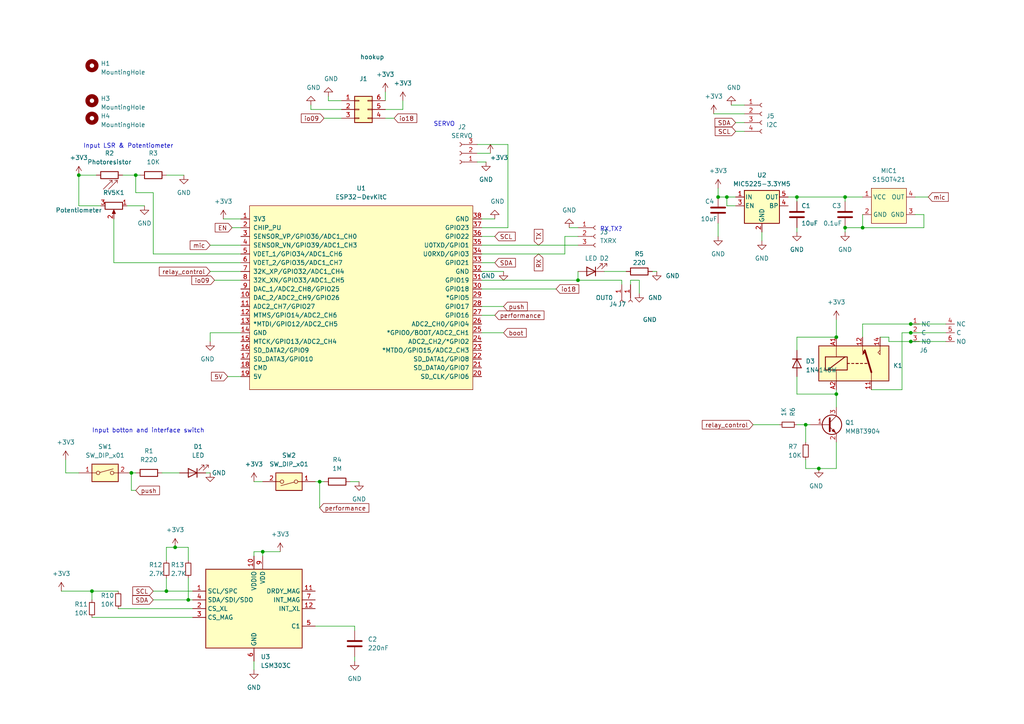
<source format=kicad_sch>
(kicad_sch (version 20230121) (generator eeschema)
  (paper "A4")
  (lib_symbols
    (symbol "Connector:Conn_01x01_Female" (pin_names (offset 1.016) hide)
      (property "Reference" "J" (at 0 2.54 0))
      (property "Value" "Conn_01x01_Female" (at 0 -2.54 0))
      (symbol "Conn_01x01_Female_1_1"
        (pin passive line (at -5.08 0 0) (length 3.81) (name "Pin_1") (number "1"))
      )
    )
    (symbol "Connector:Conn_01x03_Female" (pin_names (offset 1.016) hide)
      (property "Reference" "J" (at 0 5.08 0))
      (property "Value" "Conn_01x03_Female" (at 0 -5.08 0))
      (symbol "Conn_01x03_Female_1_1"
        (pin passive line (at -5.08 2.54 0) (length 3.81) (name "Pin_1") (number "1"))
        (pin passive line (at -5.08 0 0) (length 3.81) (name "Pin_2") (number "2"))
        (pin passive line (at -5.08 -2.54 0) (length 3.81) (name "Pin_3") (number "3"))
      )
    )
    (symbol "Connector:Conn_01x04_Socket" (pin_names (offset 1.016) hide)
      (property "Reference" "J" (at 0 5.08 0))
      (property "Value" "Conn_01x04_Socket" (at 0 -7.62 0))
      (symbol "Conn_01x04_Socket_1_1"
        (pin passive line (at -5.08 2.54 0) (length 3.81) (name "Pin_1") (number "1"))
        (pin passive line (at -5.08 0 0) (length 3.81) (name "Pin_2") (number "2"))
        (pin passive line (at -5.08 -2.54 0) (length 3.81) (name "Pin_3") (number "3"))
        (pin passive line (at -5.08 -5.08 0) (length 3.81) (name "Pin_4") (number "4"))
      )
    )
    (symbol "Connector:USB_C_Receptacle_USB2.0" (pin_names (offset 1.016))
      (property "Reference" "J" (at -10.16 19.05 0))
      (property "Value" "USB_C_Receptacle_USB2.0" (at 19.05 19.05 0))
      (symbol "USB_C_Receptacle_USB2.0_1_1"
        (pin passive line (at 0 -22.86 90) (length 5.08) (name "GND") (number "A1"))
        (pin passive line (at 0 -22.86 90) (length 5.08) hide (name "GND") (number "A12"))
        (pin passive line (at 15.24 15.24 180) (length 5.08) (name "VBUS") (number "A4"))
        (pin bidirectional line (at 15.24 10.16 180) (length 5.08) (name "CC1") (number "A5"))
        (pin bidirectional line (at 15.24 -2.54 180) (length 5.08) (name "D+") (number "A6"))
        (pin bidirectional line (at 15.24 2.54 180) (length 5.08) (name "D-") (number "A7"))
        (pin bidirectional line (at 15.24 -12.7 180) (length 5.08) (name "SBU1") (number "A8"))
        (pin passive line (at 15.24 15.24 180) (length 5.08) hide (name "VBUS") (number "A9"))
        (pin passive line (at 0 -22.86 90) (length 5.08) hide (name "GND") (number "B1"))
        (pin passive line (at 0 -22.86 90) (length 5.08) hide (name "GND") (number "B12"))
        (pin passive line (at 15.24 15.24 180) (length 5.08) hide (name "VBUS") (number "B4"))
        (pin bidirectional line (at 15.24 7.62 180) (length 5.08) (name "CC2") (number "B5"))
        (pin bidirectional line (at 15.24 -5.08 180) (length 5.08) (name "D+") (number "B6"))
        (pin bidirectional line (at 15.24 0 180) (length 5.08) (name "D-") (number "B7"))
        (pin bidirectional line (at 15.24 -15.24 180) (length 5.08) (name "SBU2") (number "B8"))
        (pin passive line (at 15.24 15.24 180) (length 5.08) hide (name "VBUS") (number "B9"))
        (pin passive line (at -7.62 -22.86 90) (length 5.08) (name "SHIELD") (number "S1"))
      )
    )
    (symbol "Connector_Generic:Conn_02x03_Counter_Clockwise" (pin_names (offset 1.016) hide)
      (property "Reference" "J" (at 1.27 5.08 0))
      (property "Value" "Conn_02x03_Counter_Clockwise" (at 1.27 -5.08 0))
      (symbol "Conn_02x03_Counter_Clockwise_1_1"
        (pin passive line (at -5.08 2.54 0) (length 3.81) (name "Pin_1") (number "1"))
        (pin passive line (at -5.08 0 0) (length 3.81) (name "Pin_2") (number "2"))
        (pin passive line (at -5.08 -2.54 0) (length 3.81) (name "Pin_3") (number "3"))
        (pin passive line (at 7.62 -2.54 180) (length 3.81) (name "Pin_4") (number "4"))
        (pin passive line (at 7.62 0 180) (length 3.81) (name "Pin_5") (number "5"))
        (pin passive line (at 7.62 2.54 180) (length 3.81) (name "Pin_6") (number "6"))
      )
    )
    (symbol "Device:C" (pin_numbers hide) (pin_names (offset 0.254))
      (property "Reference" "C" (at 0.635 2.54 0))
      (property "Value" "C" (at 0.635 -2.54 0))
      (symbol "C_1_1"
        (pin passive line (at 0 3.81 270) (length 2.794) (name "~") (number "1"))
        (pin passive line (at 0 -3.81 90) (length 2.794) (name "~") (number "2"))
      )
    )
    (symbol "Device:LED" (pin_numbers hide) (pin_names (offset 1.016) hide)
      (property "Reference" "D" (at 0 2.54 0))
      (property "Value" "LED" (at 0 -2.54 0))
      (symbol "LED_1_1"
        (pin passive line (at -3.81 0 0) (length 2.54) (name "K") (number "1"))
        (pin passive line (at 3.81 0 180) (length 2.54) (name "A") (number "2"))
      )
    )
    (symbol "Device:R" (pin_numbers hide) (pin_names (offset 0))
      (property "Reference" "R" (at 2.032 0 90))
      (property "Value" "R" (at 0 0 90))
      (symbol "R_1_1"
        (pin passive line (at 0 3.81 270) (length 1.27) (name "~") (number "1"))
        (pin passive line (at 0 -3.81 90) (length 1.27) (name "~") (number "2"))
      )
    )
    (symbol "Device:R_Photo" (pin_numbers hide) (pin_names (offset 0))
      (property "Reference" "R" (at 1.27 1.27 0))
      (property "Value" "R_Photo" (at 1.27 0 0))
      (symbol "R_Photo_1_1"
        (pin passive line (at 0 3.81 270) (length 1.27) (name "~") (number "1"))
        (pin passive line (at 0 -3.81 90) (length 1.27) (name "~") (number "2"))
      )
    )
    (symbol "Device:R_Potentiometer" (pin_names (offset 1.016) hide)
      (property "Reference" "RV" (at -4.445 0 90))
      (property "Value" "R_Potentiometer" (at -2.54 0 90))
      (symbol "R_Potentiometer_1_1"
        (pin passive line (at 0 3.81 270) (length 1.27) (name "1") (number "1"))
        (pin passive line (at 3.81 0 180) (length 1.27) (name "2") (number "2"))
        (pin passive line (at 0 -3.81 90) (length 1.27) (name "3") (number "3"))
      )
    )
    (symbol "Device:R_Small" (pin_numbers hide) (pin_names (offset 0.254) hide)
      (property "Reference" "R" (at 0.762 0.508 0))
      (property "Value" "R_Small" (at 0.762 -1.016 0))
      (symbol "R_Small_1_1"
        (pin passive line (at 0 2.54 270) (length 0.762) (name "~") (number "1"))
        (pin passive line (at 0 -2.54 90) (length 0.762) (name "~") (number "2"))
      )
    )
    (symbol "Diode:1N4148W" (pin_numbers hide) (pin_names hide)
      (property "Reference" "D" (at 0 2.54 0))
      (property "Value" "1N4148W" (at 0 -2.54 0))
      (symbol "1N4148W_1_1"
        (pin passive line (at -3.81 0 0) (length 2.54) (name "K") (number "1"))
        (pin passive line (at 3.81 0 180) (length 2.54) (name "A") (number "2"))
      )
    )
    (symbol "Espressif:ESP32-DevKitC" (pin_names (offset 1.016))
      (property "Reference" "U" (at -8.89 26.67 0))
      (property "Value" "ESP32-DevKitC" (at 0 -29.21 0))
      (symbol "ESP32-DevKitC_0_0"
        (pin power_in line (at -33.02 -11.43 0) (length 2.54) (name "GND") (number "14"))
        (pin power_in line (at -33.02 -24.13 0) (length 2.54) (name "5V") (number "19"))
      )
      (symbol "ESP32-DevKitC_1_1"
        (pin power_in line (at -33.02 21.59 0) (length 2.54) (name "3V3") (number "1"))
        (pin bidirectional line (at -33.02 -1.27 0) (length 2.54) (name "DAC_2/ADC2_CH9/GPIO26") (number "10"))
        (pin bidirectional line (at -33.02 -3.81 0) (length 2.54) (name "ADC2_CH7/GPIO27") (number "11"))
        (pin bidirectional line (at -33.02 -6.35 0) (length 2.54) (name "MTMS/GPIO14/ADC2_CH6") (number "12"))
        (pin bidirectional line (at -33.02 -8.89 0) (length 2.54) (name "*MTDI/GPIO12/ADC2_CH5") (number "13"))
        (pin bidirectional line (at -33.02 -13.97 0) (length 2.54) (name "MTCK/GPIO13/ADC2_CH4") (number "15"))
        (pin bidirectional line (at -33.02 -16.51 0) (length 2.54) (name "SD_DATA2/GPIO9") (number "16"))
        (pin bidirectional line (at -33.02 -19.05 0) (length 2.54) (name "SD_DATA3/GPIO10") (number "17"))
        (pin bidirectional line (at -33.02 -21.59 0) (length 2.54) (name "CMD") (number "18"))
        (pin input line (at -33.02 19.05 0) (length 2.54) (name "CHIP_PU") (number "2"))
        (pin bidirectional line (at 36.83 -24.13 180) (length 2.54) (name "SD_CLK/GPIO6") (number "20"))
        (pin bidirectional line (at 36.83 -21.59 180) (length 2.54) (name "SD_DATA0/GPIO7") (number "21"))
        (pin bidirectional line (at 36.83 -19.05 180) (length 2.54) (name "SD_DATA1/GPIO8") (number "22"))
        (pin bidirectional line (at 36.83 -16.51 180) (length 2.54) (name "*MTDO/GPIO15/ADC2_CH3") (number "23"))
        (pin bidirectional line (at 36.83 -13.97 180) (length 2.54) (name "ADC2_CH2/*GPIO2") (number "24"))
        (pin bidirectional line (at 36.83 -11.43 180) (length 2.54) (name "*GPIO0/BOOT/ADC2_CH1") (number "25"))
        (pin bidirectional line (at 36.83 -8.89 180) (length 2.54) (name "ADC2_CH0/GPIO4") (number "26"))
        (pin bidirectional line (at 36.83 -6.35 180) (length 2.54) (name "GPIO16") (number "27"))
        (pin bidirectional line (at 36.83 -3.81 180) (length 2.54) (name "GPIO17") (number "28"))
        (pin bidirectional line (at 36.83 -1.27 180) (length 2.54) (name "*GPIO5") (number "29"))
        (pin input line (at -33.02 16.51 0) (length 2.54) (name "SENSOR_VP/GPIO36/ADC1_CH0") (number "3"))
        (pin bidirectional line (at 36.83 1.27 180) (length 2.54) (name "GPIO18") (number "30"))
        (pin bidirectional line (at 36.83 3.81 180) (length 2.54) (name "GPIO19") (number "31"))
        (pin power_in line (at 36.83 6.35 180) (length 2.54) (name "GND") (number "32"))
        (pin bidirectional line (at 36.83 8.89 180) (length 2.54) (name "GPIO21") (number "33"))
        (pin bidirectional line (at 36.83 11.43 180) (length 2.54) (name "U0RXD/GPIO3") (number "34"))
        (pin bidirectional line (at 36.83 13.97 180) (length 2.54) (name "U0TXD/GPIO1") (number "35"))
        (pin bidirectional line (at 36.83 16.51 180) (length 2.54) (name "GPIO22") (number "36"))
        (pin bidirectional line (at 36.83 19.05 180) (length 2.54) (name "GPIO23") (number "37"))
        (pin power_in line (at 36.83 21.59 180) (length 2.54) (name "GND") (number "38"))
        (pin input line (at -33.02 13.97 0) (length 2.54) (name "SENSOR_VN/GPIO39/ADC1_CH3") (number "4"))
        (pin input line (at -33.02 11.43 0) (length 2.54) (name "VDET_1/GPIO34/ADC1_CH6") (number "5"))
        (pin input line (at -33.02 8.89 0) (length 2.54) (name "VDET_2/GPIO35/ADC1_CH7") (number "6"))
        (pin bidirectional line (at -33.02 6.35 0) (length 2.54) (name "32K_XP/GPIO32/ADC1_CH4") (number "7"))
        (pin bidirectional line (at -33.02 3.81 0) (length 2.54) (name "32K_XN/GPIO33/ADC1_CH5") (number "8"))
        (pin bidirectional line (at -33.02 1.27 0) (length 2.54) (name "DAC_1/ADC2_CH8/GPIO25") (number "9"))
      )
    )
    (symbol "Interface_USB:CP2102N-Axx-xQFN28"
      (property "Reference" "U" (at -8.89 31.75 0))
      (property "Value" "CP2102N-Axx-xQFN28" (at 12.7 31.75 0))
      (symbol "CP2102N-Axx-xQFN28_1_1"
        (pin input line (at 12.7 12.7 180) (length 2.54) (name "~{DCD}") (number "1"))
        (pin no_connect line (at -10.16 -27.94 0) (length 2.54) hide (name "NC") (number "10"))
        (pin output line (at 12.7 2.54 180) (length 2.54) (name "~{SUSPEND}") (number "11"))
        (pin output line (at 12.7 5.08 180) (length 2.54) (name "SUSPEND") (number "12"))
        (pin output line (at 12.7 -22.86 180) (length 2.54) (name "CHREN") (number "13"))
        (pin output line (at 12.7 -27.94 180) (length 2.54) (name "CHR1") (number "14"))
        (pin output line (at 12.7 -25.4 180) (length 2.54) (name "CHR0") (number "15"))
        (pin bidirectional line (at 12.7 -10.16 180) (length 2.54) (name "~{WAKEUP}/GPIO.3") (number "16"))
        (pin bidirectional line (at 12.7 -7.62 180) (length 2.54) (name "RS485/GPIO.2") (number "17"))
        (pin bidirectional line (at 12.7 -5.08 180) (length 2.54) (name "~{RXT}/GPIO.1") (number "18"))
        (pin bidirectional line (at 12.7 -2.54 180) (length 2.54) (name "~{TXT}/GPIO.0") (number "19"))
        (pin bidirectional line (at 12.7 10.16 180) (length 2.54) (name "~{RI}/CLK") (number "2"))
        (pin bidirectional line (at 12.7 -17.78 180) (length 2.54) (name "GPIO.6") (number "20"))
        (pin bidirectional line (at 12.7 -15.24 180) (length 2.54) (name "GPIO.5") (number "21"))
        (pin bidirectional line (at 12.7 -12.7 180) (length 2.54) (name "GPIO.4") (number "22"))
        (pin input line (at 12.7 20.32 180) (length 2.54) (name "~{CTS}") (number "23"))
        (pin output line (at 12.7 22.86 180) (length 2.54) (name "~{RTS}") (number "24"))
        (pin input line (at 12.7 25.4 180) (length 2.54) (name "RXD") (number "25"))
        (pin output line (at 12.7 27.94 180) (length 2.54) (name "TXD") (number "26"))
        (pin input line (at 12.7 17.78 180) (length 2.54) (name "~{DSR}") (number "27"))
        (pin output line (at 12.7 15.24 180) (length 2.54) (name "~{DTR}") (number "28"))
        (pin passive line (at 0 -33.02 90) (length 2.54) hide (name "GND") (number "29"))
        (pin power_in line (at 0 -33.02 90) (length 2.54) (name "GND") (number "3"))
        (pin bidirectional line (at -12.7 10.16 0) (length 2.54) (name "D+") (number "4"))
        (pin bidirectional line (at -12.7 12.7 0) (length 2.54) (name "D-") (number "5"))
        (pin power_in line (at 0 33.02 270) (length 2.54) (name "VDD") (number "6"))
        (pin power_in line (at -2.54 33.02 270) (length 2.54) (name "VREGIN") (number "7"))
        (pin input line (at -12.7 15.24 0) (length 2.54) (name "VBUS") (number "8"))
        (pin input line (at -12.7 27.94 0) (length 2.54) (name "~{RST}") (number "9"))
      )
    )
    (symbol "Mechanical:MountingHole" (pin_names (offset 1.016))
      (property "Reference" "H" (at 0 5.08 0))
      (property "Value" "MountingHole" (at 0 3.175 0))
    )
    (symbol "Microphones:S15OT421"
      (property "Reference" "U" (at -2.54 7.62 0))
      (property "Value" "S15OT421" (at 3.81 7.62 0))
      (symbol "S15OT421_1_1"
        (pin input line (at -7.62 3.81 0) (length 2.54) (name "VCC") (number "1"))
        (pin input line (at -7.62 -1.27 0) (length 2.54) (name "GND") (number "2"))
        (pin input line (at 7.62 -1.27 180) (length 2.54) (name "GND") (number "3"))
        (pin output line (at 7.62 3.81 180) (length 2.54) (name "OUT") (number "4"))
      )
    )
    (symbol "Regulator_Linear:MIC5205-3.3YM5" (pin_names (offset 0.254))
      (property "Reference" "U" (at -3.81 5.715 0))
      (property "Value" "MIC5205-3.3YM5" (at 0 5.715 0))
      (symbol "MIC5205-3.3YM5_1_1"
        (pin power_in line (at -7.62 2.54 0) (length 2.54) (name "IN") (number "1"))
        (pin power_in line (at 0 -7.62 90) (length 2.54) (name "GND") (number "2"))
        (pin input line (at -7.62 0 0) (length 2.54) (name "EN") (number "3"))
        (pin input line (at 7.62 0 180) (length 2.54) (name "BP") (number "4"))
        (pin power_out line (at 7.62 2.54 180) (length 2.54) (name "OUT") (number "5"))
      )
    )
    (symbol "Relay:FINDER-36.11"
      (property "Reference" "K" (at 11.43 3.81 0))
      (property "Value" "FINDER-36.11" (at 11.43 1.27 0))
      (symbol "FINDER-36.11_1_1"
        (pin passive line (at 5.08 -7.62 90) (length 2.54) (name "~") (number "11"))
        (pin passive line (at 2.54 7.62 270) (length 2.54) (name "~") (number "12"))
        (pin passive line (at 7.62 7.62 270) (length 2.54) (name "~") (number "14"))
        (pin passive line (at -5.08 7.62 270) (length 2.54) (name "~") (number "A1"))
        (pin passive line (at -5.08 -7.62 90) (length 2.54) (name "~") (number "A2"))
      )
    )
    (symbol "Sensor_Motion:LSM303C"
      (property "Reference" "U" (at -11.43 15.24 0))
      (property "Value" "LSM303C" (at -5.08 13.97 0))
      (symbol "LSM303C_1_1"
        (pin input line (at -17.78 5.08 0) (length 3.81) (name "SCL/SPC") (number "1"))
        (pin power_in line (at 0 15.24 270) (length 3.81) (name "VDDIO") (number "10"))
        (pin output line (at 17.78 5.08 180) (length 3.81) (name "DRDY_MAG") (number "11"))
        (pin output line (at 17.78 0 180) (length 3.81) (name "INT_XL") (number "12"))
        (pin input line (at -17.78 0 0) (length 3.81) (name "CS_XL") (number "2"))
        (pin input line (at -17.78 -2.54 0) (length 3.81) (name "CS_MAG") (number "3"))
        (pin bidirectional line (at -17.78 2.54 0) (length 3.81) (name "SDA/SDI/SDO") (number "4"))
        (pin passive line (at 17.78 -5.08 180) (length 3.81) (name "C1") (number "5"))
        (pin power_in line (at 0 -15.24 90) (length 3.81) (name "GND") (number "6"))
        (pin output line (at 17.78 2.54 180) (length 3.81) (name "INT_MAG") (number "7"))
        (pin passive line (at 0 -15.24 90) (length 3.81) hide (name "GND") (number "8"))
        (pin power_in line (at 2.54 15.24 270) (length 3.81) (name "VDD") (number "9"))
      )
    )
    (symbol "Spring_terminal:spring+terminal_3Pos"
      (property "Reference" "J" (at 0 -2.54 0))
      (symbol "spring+terminal_3Pos_1_1"
        (pin input line (at -1.27 5.08 0) (length 2.54) (name "NC") (number "1"))
        (pin input line (at -1.27 2.54 0) (length 2.54) (name "C") (number "2"))
        (pin input line (at -1.27 0 0) (length 2.54) (name "NO") (number "3"))
        (pin input line (at 8.89 5.08 0) (length 2.54) (name "NC") (number "4"))
        (pin input line (at 8.89 2.54 0) (length 2.54) (name "C") (number "5"))
        (pin input line (at 8.89 0 0) (length 2.54) (name "NO") (number "6"))
      )
    )
    (symbol "Switch:SW_DIP_x01" (pin_names (offset 0) hide)
      (property "Reference" "SW" (at 0 3.81 0))
      (property "Value" "SW_DIP_x01" (at 0 -3.81 0))
      (symbol "SW_DIP_x01_1_1"
        (pin passive line (at -7.62 0 0) (length 5.08) (name "~") (number "1"))
        (pin passive line (at 7.62 0 180) (length 5.08) (name "~") (number "2"))
      )
    )
    (symbol "Transistor_BJT:BC817" (pin_names (offset 0) hide)
      (property "Reference" "Q" (at 5.08 1.905 0))
      (property "Value" "BC817" (at 5.08 0 0))
      (symbol "BC817_1_1"
        (pin input line (at -5.08 0 0) (length 5.715) (name "B") (number "1"))
        (pin passive line (at 2.54 -5.08 90) (length 2.54) (name "E") (number "2"))
        (pin passive line (at 2.54 5.08 270) (length 2.54) (name "C") (number "3"))
      )
    )
    (symbol "Transistor_BJT:MMBT3904" (pin_names (offset 0) hide)
      (property "Reference" "Q" (at 5.08 1.905 0))
      (property "Value" "MMBT3904" (at 5.08 0 0))
      (symbol "MMBT3904_1_1"
        (pin input line (at -5.08 0 0) (length 5.715) (name "B") (number "1"))
        (pin passive line (at 2.54 -5.08 90) (length 2.54) (name "E") (number "2"))
        (pin passive line (at 2.54 5.08 270) (length 2.54) (name "C") (number "3"))
      )
    )
    (symbol "power:+3.3V" (power) (pin_names (offset 0))
      (property "Value" "+3.3V" (at 0 3.556 0))
      (symbol "+3.3V_1_1"
        (pin power_in line (at 0 0 90) (length 0) hide (name "+3V3") (number "1"))
      )
    )
    (symbol "power:GND" (power) (pin_names (offset 0))
      (property "Value" "GND" (at 0 -3.81 0))
      (symbol "GND_1_1"
        (pin power_in line (at 0 0 270) (length 0) hide (name "GND") (number "1"))
      )
    )
  )
  (junction (at 76.2 160.02))
  (junction (at 48.26 171.45))
  (junction (at 264.16 99.06))
  (junction (at 417.83 114.3))
  (junction (at 54.61 173.99))
  (junction (at 344.17 102.87))
  (junction (at 210.82 57.15))
  (junction (at 92.71 139.7))
  (junction (at 355.6 102.87))
  (junction (at 422.91 106.68))
  (junction (at 26.67 171.45))
  (junction (at 363.22 88.9))
  (junction (at 38.1 137.16))
  (junction (at 363.22 102.87))
  (junction (at 245.11 66.04))
  (junction (at 351.79 116.84))
  (junction (at 264.16 93.98))
  (junction (at 242.57 114.3))
  (junction (at 39.37 50.8))
  (junction (at 370.84 102.87))
  (junction (at 245.11 57.15))
  (junction (at 22.86 50.8))
  (junction (at 50.8 158.75))
  (junction (at 340.36 118.11))
  (junction (at 264.16 96.52))
  (junction (at 167.64 81.28))
  (junction (at 231.14 57.15))
  (junction (at 250.19 66.04))
  (junction (at 242.57 97.79))
  (junction (at 237.49 135.89))
  (junction (at 340.36 123.19))
  (junction (at 233.68 123.19))
  (junction (at 208.28 57.15))
  (junction (at 369.57 88.9))
  (wire (pts (xy 370.84 121.92) (xy 342.9 121.92)))
  (wire (pts (xy 213.36 38.1) (xy 215.9 38.1)))
  (wire (pts (xy 317.5 140.97) (xy 317.5 143.51)))
  (wire (pts (xy 342.9 121.92) (xy 342.9 118.11)))
  (wire (pts (xy 422.91 106.68) (xy 422.91 116.84)))
  (wire (pts (xy 34.29 176.53) (xy 55.88 176.53)))
  (wire (pts (xy 139.7 66.04) (xy 147.32 66.04)))
  (wire (pts (xy 417.83 101.6) (xy 417.83 114.3)))
  (wire (pts (xy 213.36 59.69) (xy 210.82 59.69)))
  (wire (pts (xy 340.36 123.19) (xy 375.92 123.19)))
  (wire (pts (xy 208.28 64.77) (xy 208.28 68.58)))
  (wire (pts (xy 419.1 114.3) (xy 417.83 114.3)))
  (wire (pts (xy 93.98 34.29) (xy 99.06 34.29)))
  (wire (pts (xy 76.2 160.02) (xy 73.66 160.02)))
  (wire (pts (xy 139.7 83.82) (xy 161.29 83.82)))
  (wire (pts (xy 419.1 121.92) (xy 419.1 114.3)))
  (wire (pts (xy 340.36 107.95) (xy 355.6 107.95)))
  (wire (pts (xy 401.32 106.68) (xy 422.91 106.68)))
  (wire (pts (xy 213.36 35.56) (xy 215.9 35.56)))
  (wire (pts (xy 167.64 78.74) (xy 167.64 81.28)))
  (wire (pts (xy 66.04 109.22) (xy 69.85 109.22)))
  (wire (pts (xy 265.43 62.23) (xy 267.97 62.23)))
  (wire (pts (xy 207.01 33.02) (xy 215.9 33.02)))
  (wire (pts (xy 139.7 73.66) (xy 163.83 73.66)))
  (wire (pts (xy 91.44 181.61) (xy 102.87 181.61)))
  (wire (pts (xy 147.32 41.91) (xy 147.32 66.04)))
  (wire (pts (xy 250.19 97.79) (xy 250.19 93.98)))
  (wire (pts (xy 101.6 139.7) (xy 104.14 139.7)))
  (wire (pts (xy 139.7 96.52) (xy 146.05 96.52)))
  (wire (pts (xy 267.97 62.23) (xy 267.97 66.04)))
  (wire (pts (xy 92.71 147.32) (xy 92.71 139.7)))
  (wire (pts (xy 73.66 191.77) (xy 73.66 194.31)))
  (wire (pts (xy 355.6 88.9) (xy 363.22 88.9)))
  (wire (pts (xy 375.92 116.84) (xy 370.84 116.84)))
  (wire (pts (xy 81.28 160.02) (xy 76.2 160.02)))
  (wire (pts (xy 22.86 50.8) (xy 27.94 50.8)))
  (wire (pts (xy 44.45 73.66) (xy 44.45 55.88)))
  (wire (pts (xy 39.37 55.88) (xy 39.37 50.8)))
  (wire (pts (xy 60.96 71.12) (xy 69.85 71.12)))
  (wire (pts (xy 180.34 81.28) (xy 180.34 82.55)))
  (wire (pts (xy 38.1 137.16) (xy 38.1 142.24)))
  (wire (pts (xy 44.45 171.45) (xy 48.26 171.45)))
  (wire (pts (xy 210.82 57.15) (xy 213.36 57.15)))
  (wire (pts (xy 375.92 114.3) (xy 370.84 114.3)))
  (wire (pts (xy 73.66 160.02) (xy 73.66 161.29)))
  (wire (pts (xy 344.17 102.87) (xy 340.36 102.87)))
  (wire (pts (xy 90.17 31.75) (xy 90.17 30.48)))
  (wire (pts (xy 370.84 102.87) (xy 363.22 102.87)))
  (wire (pts (xy 175.26 78.74) (xy 181.61 78.74)))
  (wire (pts (xy 429.26 101.6) (xy 431.8 101.6)))
  (wire (pts (xy 264.16 96.52) (xy 274.32 96.52)))
  (wire (pts (xy 33.02 63.5) (xy 33.02 76.2)))
  (wire (pts (xy 351.79 116.84) (xy 355.6 116.84)))
  (wire (pts (xy 212.09 30.48) (xy 215.9 30.48)))
  (wire (pts (xy 62.23 81.28) (xy 69.85 81.28)))
  (wire (pts (xy 39.37 50.8) (xy 40.64 50.8)))
  (wire (pts (xy 370.84 95.25) (xy 370.84 102.87)))
  (wire (pts (xy 208.28 54.61) (xy 208.28 57.15)))
  (wire (pts (xy 19.05 137.16) (xy 22.86 137.16)))
  (wire (pts (xy 250.19 66.04) (xy 267.97 66.04)))
  (wire (pts (xy 182.88 81.28) (xy 182.88 82.55)))
  (wire (pts (xy 401.32 101.6) (xy 408.94 101.6)))
  (wire (pts (xy 439.42 121.92) (xy 419.1 121.92)))
  (wire (pts (xy 19.05 133.35) (xy 19.05 137.16)))
  (wire (pts (xy 165.1 66.04) (xy 167.64 66.04)))
  (wire (pts (xy 111.76 26.67) (xy 111.76 29.21)))
  (wire (pts (xy 139.7 81.28) (xy 167.64 81.28)))
  (wire (pts (xy 167.64 81.28) (xy 180.34 81.28)))
  (wire (pts (xy 48.26 167.64) (xy 48.26 171.45)))
  (wire (pts (xy 233.68 133.35) (xy 233.68 135.89)))
  (wire (pts (xy 139.7 88.9) (xy 146.05 88.9)))
  (wire (pts (xy 370.84 114.3) (xy 370.84 102.87)))
  (wire (pts (xy 163.83 73.66) (xy 163.83 68.58)))
  (wire (pts (xy 17.78 171.45) (xy 26.67 171.45)))
  (wire (pts (xy 245.11 66.04) (xy 245.11 67.31)))
  (wire (pts (xy 369.57 88.9) (xy 369.57 91.44)))
  (wire (pts (xy 245.11 66.04) (xy 250.19 66.04)))
  (wire (pts (xy 242.57 92.71) (xy 242.57 97.79)))
  (wire (pts (xy 231.14 109.22) (xy 231.14 114.3)))
  (wire (pts (xy 44.45 173.99) (xy 54.61 173.99)))
  (wire (pts (xy 340.36 110.49) (xy 349.25 110.49)))
  (wire (pts (xy 255.27 97.79) (xy 257.81 97.79)))
  (wire (pts (xy 102.87 190.5) (xy 102.87 191.77)))
  (wire (pts (xy 102.87 181.61) (xy 102.87 182.88)))
  (wire (pts (xy 242.57 114.3) (xy 242.57 118.11)))
  (wire (pts (xy 60.96 78.74) (xy 69.85 78.74)))
  (wire (pts (xy 231.14 66.04) (xy 231.14 67.31)))
  (wire (pts (xy 138.43 41.91) (xy 147.32 41.91)))
  (wire (pts (xy 90.17 31.75) (xy 99.06 31.75)))
  (wire (pts (xy 261.62 96.52) (xy 264.16 96.52)))
  (wire (pts (xy 228.6 57.15) (xy 231.14 57.15)))
  (wire (pts (xy 257.81 99.06) (xy 264.16 99.06)))
  (wire (pts (xy 163.83 68.58) (xy 167.64 68.58)))
  (wire (pts (xy 139.7 78.74) (xy 146.05 78.74)))
  (wire (pts (xy 233.68 135.89) (xy 237.49 135.89)))
  (wire (pts (xy 386.08 95.25) (xy 370.84 95.25)))
  (wire (pts (xy 139.7 91.44) (xy 143.51 91.44)))
  (wire (pts (xy 386.08 96.52) (xy 386.08 95.25)))
  (wire (pts (xy 38.1 137.16) (xy 39.37 137.16)))
  (wire (pts (xy 69.85 76.2) (xy 33.02 76.2)))
  (wire (pts (xy 250.19 93.98) (xy 264.16 93.98)))
  (wire (pts (xy 139.7 71.12) (xy 167.64 71.12)))
  (wire (pts (xy 26.67 171.45) (xy 34.29 171.45)))
  (wire (pts (xy 363.22 88.9) (xy 363.22 95.25)))
  (wire (pts (xy 388.62 162.56) (xy 388.62 166.37)))
  (wire (pts (xy 257.81 97.79) (xy 257.81 99.06)))
  (wire (pts (xy 424.18 101.6) (xy 417.83 101.6)))
  (wire (pts (xy 245.11 57.15) (xy 250.19 57.15)))
  (wire (pts (xy 67.31 66.04) (xy 69.85 66.04)))
  (wire (pts (xy 54.61 158.75) (xy 50.8 158.75)))
  (wire (pts (xy 250.19 62.23) (xy 250.19 66.04)))
  (wire (pts (xy 264.16 93.98) (xy 274.32 93.98)))
  (wire (pts (xy 22.86 50.8) (xy 22.86 59.69)))
  (wire (pts (xy 231.14 101.6) (xy 231.14 97.79)))
  (wire (pts (xy 54.61 162.56) (xy 54.61 158.75)))
  (wire (pts (xy 363.22 102.87) (xy 355.6 102.87)))
  (wire (pts (xy 76.2 160.02) (xy 76.2 161.29)))
  (wire (pts (xy 29.21 59.69) (xy 22.86 59.69)))
  (wire (pts (xy 26.67 179.07) (xy 55.88 179.07)))
  (wire (pts (xy 388.62 88.9) (xy 369.57 88.9)))
  (wire (pts (xy 138.43 44.45) (xy 142.24 44.45)))
  (wire (pts (xy 429.26 116.84) (xy 431.8 116.84)))
  (wire (pts (xy 264.16 99.06) (xy 274.32 99.06)))
  (wire (pts (xy 73.66 139.7) (xy 76.2 139.7)))
  (wire (pts (xy 185.42 81.28) (xy 185.42 85.09)))
  (wire (pts (xy 92.71 139.7) (xy 93.98 139.7)))
  (wire (pts (xy 355.6 102.87) (xy 344.17 102.87)))
  (wire (pts (xy 417.83 114.3) (xy 401.32 114.3)))
  (wire (pts (xy 210.82 59.69) (xy 210.82 57.15)))
  (wire (pts (xy 190.5 78.74) (xy 189.23 78.74)))
  (wire (pts (xy 231.14 58.42) (xy 231.14 57.15)))
  (wire (pts (xy 370.84 116.84) (xy 370.84 121.92)))
  (wire (pts (xy 60.96 96.52) (xy 69.85 96.52)))
  (wire (pts (xy 35.56 50.8) (xy 39.37 50.8)))
  (wire (pts (xy 91.44 139.7) (xy 92.71 139.7)))
  (wire (pts (xy 355.6 107.95) (xy 355.6 111.76)))
  (wire (pts (xy 95.25 29.21) (xy 95.25 27.94)))
  (wire (pts (xy 111.76 31.75) (xy 116.84 31.75)))
  (wire (pts (xy 218.44 123.19) (xy 226.06 123.19)))
  (wire (pts (xy 69.85 73.66) (xy 44.45 73.66)))
  (wire (pts (xy 38.1 142.24) (xy 39.37 142.24)))
  (wire (pts (xy 64.77 63.5) (xy 69.85 63.5)))
  (wire (pts (xy 139.7 63.5) (xy 143.51 63.5)))
  (wire (pts (xy 355.6 95.25) (xy 355.6 88.9)))
  (wire (pts (xy 139.7 68.58) (xy 143.51 68.58)))
  (wire (pts (xy 139.7 76.2) (xy 143.51 76.2)))
  (wire (pts (xy 116.84 29.21) (xy 116.84 31.75)))
  (wire (pts (xy 220.98 67.31) (xy 220.98 69.85)))
  (wire (pts (xy 231.14 57.15) (xy 245.11 57.15)))
  (wire (pts (xy 208.28 57.15) (xy 210.82 57.15)))
  (wire (pts (xy 422.91 106.68) (xy 439.42 106.68)))
  (wire (pts (xy 46.99 137.16) (xy 52.07 137.16)))
  (wire (pts (xy 48.26 158.75) (xy 48.26 162.56)))
  (wire (pts (xy 54.61 173.99) (xy 55.88 173.99)))
  (wire (pts (xy 424.18 116.84) (xy 422.91 116.84)))
  (wire (pts (xy 363.22 88.9) (xy 369.57 88.9)))
  (wire (pts (xy 95.25 29.21) (xy 99.06 29.21)))
  (wire (pts (xy 138.43 46.99) (xy 140.97 46.99)))
  (wire (pts (xy 439.42 111.76) (xy 445.77 111.76)))
  (wire (pts (xy 261.62 113.03) (xy 261.62 96.52)))
  (wire (pts (xy 231.14 97.79) (xy 242.57 97.79)))
  (wire (pts (xy 231.14 123.19) (xy 233.68 123.19)))
  (wire (pts (xy 50.8 158.75) (xy 48.26 158.75)))
  (wire (pts (xy 344.17 92.71) (xy 344.17 102.87)))
  (wire (pts (xy 233.68 128.27) (xy 233.68 123.19)))
  (wire (pts (xy 26.67 171.45) (xy 26.67 173.99)))
  (wire (pts (xy 54.61 167.64) (xy 54.61 173.99)))
  (wire (pts (xy 349.25 116.84) (xy 351.79 116.84)))
  (wire (pts (xy 340.36 115.57) (xy 340.36 118.11)))
  (wire (pts (xy 48.26 171.45) (xy 55.88 171.45)))
  (wire (pts (xy 340.36 120.65) (xy 340.36 123.19)))
  (wire (pts (xy 342.9 118.11) (xy 340.36 118.11)))
  (wire (pts (xy 245.11 58.42) (xy 245.11 57.15)))
  (wire (pts (xy 375.92 119.38) (xy 375.92 123.19)))
  (wire (pts (xy 60.96 99.06) (xy 60.96 96.52)))
  (wire (pts (xy 231.14 114.3) (xy 242.57 114.3)))
  (wire (pts (xy 349.25 111.76) (xy 349.25 110.49)))
  (wire (pts (xy 237.49 135.89) (xy 242.57 135.89)))
  (wire (pts (xy 325.12 140.97) (xy 325.12 143.51)))
  (wire (pts (xy 44.45 55.88) (xy 39.37 55.88)))
  (wire (pts (xy 111.76 34.29) (xy 114.3 34.29)))
  (wire (pts (xy 439.42 96.52) (xy 445.77 96.52)))
  (wire (pts (xy 242.57 113.03) (xy 242.57 114.3)))
  (wire (pts (xy 36.83 59.69) (xy 41.91 59.69)))
  (wire (pts (xy 182.88 81.28) (xy 185.42 81.28)))
  (wire (pts (xy 59.69 137.16) (xy 60.96 137.16)))
  (wire (pts (xy 252.73 113.03) (xy 261.62 113.03)))
  (wire (pts (xy 265.43 57.15) (xy 269.24 57.15)))
  (wire (pts (xy 401.32 104.14) (xy 408.94 104.14)))
  (wire (pts (xy 242.57 128.27) (xy 242.57 135.89)))
  (wire (pts (xy 233.68 123.19) (xy 234.95 123.19)))
  (wire (pts (xy 48.26 50.8) (xy 53.34 50.8)))
  (text "Input LSR & Potentiometer" (at 24.13 43.18 0) (effects (font (size 1.27 1.27)) (justify left bottom)))
  (text "SERVO" (at 125.73 36.83 0) (effects (font (size 1.27 1.27)) (justify left bottom)))
  (text "Input botton and interface switch" (at 26.67 125.73 0) (effects (font (size 1.27 1.27)) (justify left bottom)))
  (text "RX,TX?" (at 173.99 67.31 0) (effects (font (size 1.27 1.27)) (justify left bottom)))
  (global_label "SDA" (shape input) (at 143.51 76.2 0) (property "Intersheetrefs" "${INTERSHEET_REFS}" (effects hide)))
  (global_label "boot" (shape input) (at 146.05 96.52 0) (property "Intersheetrefs" "${INTERSHEET_REFS}" (effects hide)))
  (global_label "performance" (shape input) (at 143.51 91.44 0) (property "Intersheetrefs" "${INTERSHEET_REFS}" (effects hide)))
  (global_label "RX" (shape input) (at 408.94 101.6 0) (property "Intersheetrefs" "${INTERSHEET_REFS}" (effects hide)))
  (global_label "push" (shape input) (at 146.05 88.9 0) (property "Intersheetrefs" "${INTERSHEET_REFS}" (effects hide)))
  (global_label "relay_control" (shape input) (at 218.44 123.19 180) (property "Intersheetrefs" "${INTERSHEET_REFS}" (effects hide)))
  (global_label "RX" (shape input) (at 156.21 73.66 270) (property "Intersheetrefs" "${INTERSHEET_REFS}" (effects hide)))
  (global_label "SCL" (shape input) (at 143.51 68.58 0) (property "Intersheetrefs" "${INTERSHEET_REFS}" (effects hide)))
  (global_label "performance" (shape input) (at 92.71 147.32 0) (property "Intersheetrefs" "${INTERSHEET_REFS}" (effects hide)))
  (global_label "SDA" (shape input) (at 213.36 35.56 180) (property "Intersheetrefs" "${INTERSHEET_REFS}" (effects hide)))
  (global_label "io18" (shape input) (at 114.3 34.29 0) (property "Intersheetrefs" "${INTERSHEET_REFS}" (effects hide)))
  (global_label "io09" (shape input) (at 62.23 81.28 180) (property "Intersheetrefs" "${INTERSHEET_REFS}" (effects hide)))
  (global_label "relay_control" (shape input) (at 60.96 78.74 180) (property "Intersheetrefs" "${INTERSHEET_REFS}" (effects hide)))
  (global_label "5V" (shape input) (at 66.04 109.22 180) (property "Intersheetrefs" "${INTERSHEET_REFS}" (effects hide)))
  (global_label "EN" (shape input) (at 67.31 66.04 180) (property "Intersheetrefs" "${INTERSHEET_REFS}" (effects hide)))
  (global_label "mic" (shape input) (at 60.96 71.12 180) (property "Intersheetrefs" "${INTERSHEET_REFS}" (effects hide)))
  (global_label "io09" (shape input) (at 93.98 34.29 180) (property "Intersheetrefs" "${INTERSHEET_REFS}" (effects hide)))
  (global_label "SCL" (shape input) (at 44.45 171.45 180) (property "Intersheetrefs" "${INTERSHEET_REFS}" (effects hide)))
  (global_label "EN" (shape input) (at 445.77 96.52 0) (property "Intersheetrefs" "${INTERSHEET_REFS}" (effects hide)))
  (global_label "TX" (shape input) (at 408.94 104.14 0) (property "Intersheetrefs" "${INTERSHEET_REFS}" (effects hide)))
  (global_label "push" (shape input) (at 39.37 142.24 0) (property "Intersheetrefs" "${INTERSHEET_REFS}" (effects hide)))
  (global_label "io18" (shape input) (at 161.29 83.82 0) (property "Intersheetrefs" "${INTERSHEET_REFS}" (effects hide)))
  (global_label "5V" (shape input) (at 344.17 92.71 90) (property "Intersheetrefs" "${INTERSHEET_REFS}" (effects hide)))
  (global_label "mic" (shape input) (at 269.24 57.15 0) (property "Intersheetrefs" "${INTERSHEET_REFS}" (effects hide)))
  (global_label "boot" (shape input) (at 445.77 111.76 0) (property "Intersheetrefs" "${INTERSHEET_REFS}" (effects hide)))
  (global_label "SCL" (shape input) (at 213.36 38.1 180) (property "Intersheetrefs" "${INTERSHEET_REFS}" (effects hide)))
  (global_label "TX" (shape input) (at 156.21 71.12 90) (property "Intersheetrefs" "${INTERSHEET_REFS}" (effects hide)))
  (global_label "SDA" (shape input) (at 44.45 173.99 180) (property "Intersheetrefs" "${INTERSHEET_REFS}" (effects hide)))
  (symbol (lib_id "Relay:FINDER-36.11") (at 247.65 105.41 0) (unit 1)
    (property "Reference" "K1" (at 259.08 106.045 0) (effects (justify left)))
    (property "Value" "FINDER-36.11" (effects hide))
    (property "Footprint" "Relay_THT:Relay_SPDT_Finder_36.11" (effects hide))
    (property "Datasheet" "https://gfinder.findernet.com/public/attachments/36/EN/S36EN.pdf" (effects hide))
  )
  (symbol (lib_id "power:GND") (at 90.17 30.48 180) (unit 1)
    (property "Reference" "#PWR09" (effects hide))
    (property "Value" "GND" (at 88.9 25.4 0) (effects (justify right)))
  )
  (symbol (lib_id "Transistor_BJT:BC817") (at 436.88 101.6 0) (unit 1)
    (property "Reference" "Q2" (at 441.96 100.33 0) (effects (justify left)))
    (property "Value" "BC817" (at 441.96 102.87 0) (effects (justify left)))
    (property "Footprint" "Package_TO_SOT_SMD:SOT-23" (effects hide))
    (property "Datasheet" "https://www.onsemi.com/pub/Collateral/BC818-D.pdf" (effects hide))
  )
  (symbol (lib_id "Mechanical:MountingHole") (at 26.67 19.05 0) (unit 1)
    (property "Reference" "H1" (at 29.21 18.415 0) (effects (justify left)))
    (property "Value" "MountingHole" (at 29.21 20.955 0) (effects (justify left)))
    (property "Footprint" "MountingHole:MountingHole_2.5mm_Pad_TopBottom" (effects hide))
  )
  (symbol (lib_id "Device:R") (at 43.18 137.16 90) (unit 1)
    (property "Reference" "R1" (at 43.18 130.81 90))
    (property "Value" "R220" (at 43.18 133.35 90))
    (property "Footprint" "Resistor_SMD:R_0805_2012Metric_Pad1.20x1.40mm_HandSolder" (effects hide))
  )
  (symbol (lib_id "Transistor_BJT:BC817") (at 436.88 116.84 0) (unit 1)
    (property "Reference" "Q3" (at 441.96 115.57 0) (effects (justify left)))
    (property "Value" "BC817" (at 441.96 118.11 0) (effects (justify left)))
    (property "Footprint" "Package_TO_SOT_SMD:SOT-23" (effects hide))
    (property "Datasheet" "https://www.onsemi.com/pub/Collateral/BC818-D.pdf" (effects hide))
  )
  (symbol (lib_id "Device:R_Potentiometer") (at 33.02 59.69 270) (unit 1)
    (property "Reference" "RV5K1" (at 33.02 55.88 90))
    (property "Value" "Potentiometer" (at 22.86 60.96 90))
    (property "Footprint" "Potentiometer_THT:Potentiometer_Bourns_PTV09A-1_Single_Vertical" (effects hide))
  )
  (symbol (lib_id "Device:C") (at 388.62 92.71 0) (unit 1)
    (property "Reference" "C7" (at 393.7 92.71 0) (effects (justify left)))
    (property "Value" "100nF" (at 392.43 88.9 0) (effects (justify left)))
    (property "Footprint" "Capacitor_SMD:C_0805_2012Metric" (effects hide))
  )
  (symbol (lib_id "power:+3.3V") (at 50.8 158.75 0) (unit 1)
    (property "Reference" "#PWR033" (effects hide))
    (property "Value" "+3.3V" (at 50.8 153.67 0))
  )
  (symbol (lib_id "power:GND") (at 208.28 68.58 0) (unit 1)
    (property "Reference" "#PWR028" (effects hide))
    (property "Value" "GND" (at 208.28 73.66 0))
  )
  (symbol (lib_id "Connector:Conn_01x03_Female") (at 172.72 68.58 0) (unit 1)
    (property "Reference" "J3" (at 173.99 67.3099 0) (effects (justify left)))
    (property "Value" "TXRX" (at 173.99 69.8499 0) (effects (justify left)))
    (property "Footprint" "Connector_PinHeader_2.54mm:PinHeader_1x03_P2.54mm_Vertical" (effects hide))
  )
  (symbol (lib_id "Device:C") (at 231.14 62.23 180) (unit 1)
    (property "Reference" "C1" (at 232.41 59.69 0) (effects (justify right)))
    (property "Value" "10uF" (at 232.41 64.77 0) (effects (justify right)))
    (property "Footprint" "Capacitor_SMD:C_0805_2012Metric" (effects hide))
  )
  (symbol (lib_id "power:GND") (at 53.34 50.8 0) (unit 1)
    (property "Reference" "#PWR04" (effects hide))
    (property "Value" "GND" (at 53.34 55.88 0))
  )
  (symbol (lib_id "Device:R_Small") (at 233.68 130.81 180) (unit 1)
    (property "Reference" "R7" (at 228.6 129.54 0) (effects (justify right)))
    (property "Value" "10K" (at 228.6 132.08 0) (effects (justify right)))
    (property "Footprint" "Resistor_SMD:R_0805_2012Metric_Pad1.20x1.40mm_HandSolder" (effects hide))
  )
  (symbol (lib_id "Device:R_Small") (at 54.61 165.1 180) (unit 1)
    (property "Reference" "R13" (at 49.53 163.83 0) (effects (justify right)))
    (property "Value" "2.7K" (at 49.53 166.37 0) (effects (justify right)))
    (property "Footprint" "Resistor_SMD:R_0805_2012Metric_Pad1.20x1.40mm_HandSolder" (effects hide))
  )
  (symbol (lib_id "Mechanical:MountingHole") (at 26.67 34.29 0) (unit 1)
    (property "Reference" "H4" (at 29.21 33.655 0) (effects (justify left)))
    (property "Value" "MountingHole" (at 29.21 36.195 0) (effects (justify left)))
    (property "Footprint" "MountingHole:MountingHole_2.5mm_Pad_TopBottom" (effects hide))
  )
  (symbol (lib_id "power:+3.3V") (at 116.84 29.21 0) (unit 1)
    (property "Reference" "#PWR013" (effects hide))
    (property "Value" "+3.3V" (at 116.84 24.13 0))
  )
  (symbol (lib_id "power:GND") (at 388.62 166.37 0) (unit 1)
    (property "Reference" "#PWR039" (effects hide))
    (property "Value" "GND" (at 392.43 168.91 0))
  )
  (symbol (lib_id "Diode:1N4148W") (at 231.14 105.41 270) (unit 1)
    (property "Reference" "D3" (at 233.68 104.775 90) (effects (justify left)))
    (property "Value" "1N4148W" (at 233.68 107.315 90) (effects (justify left)))
    (property "Footprint" "Diode_SMD:D_SOD-123" (effects hide))
    (property "Datasheet" "https://www.vishay.com/docs/85748/1n4148w.pdf" (effects hide))
    (property "Sim.Device" "D" (effects hide))
    (property "Sim.Pins" "1=K 2=A" (effects hide))
  )
  (symbol (lib_id "Interface_USB:CP2102N-Axx-xQFN28") (at 388.62 129.54 0) (unit 1)
    (property "Reference" "U4" (at 390.5759 162.56 0) (effects (justify left)))
    (property "Value" "CP2102N-Axx-xQFN28" (at 390.5759 165.1 0) (effects (justify left)))
    (property "Footprint" "Package_DFN_QFN:QFN-28-1EP_5x5mm_P0.5mm_EP3.35x3.35mm" (effects hide))
    (property "Datasheet" "https://www.silabs.com/documents/public/data-sheets/cp2102n-datasheet.pdf" (effects hide))
  )
  (symbol (lib_id "Connector_Generic:Conn_02x03_Counter_Clockwise") (at 104.14 31.75 0) (unit 1)
    (property "Reference" "J1" (at 105.41 22.86 0))
    (property "Value" "hookup" (at 107.95 16.51 0))
    (property "Footprint" "Connector_PinSocket_2.54mm:PinSocket_2x03_P2.54mm_Vertical" (effects hide))
  )
  (symbol (lib_id "Device:R_Small") (at 26.67 176.53 180) (unit 1)
    (property "Reference" "R11" (at 21.59 175.26 0) (effects (justify right)))
    (property "Value" "10K" (at 21.59 177.8 0) (effects (justify right)))
    (property "Footprint" "Resistor_SMD:R_0805_2012Metric_Pad1.20x1.40mm_HandSolder" (effects hide))
  )
  (symbol (lib_id "Device:C") (at 355.6 99.06 0) (unit 1)
    (property "Reference" "C5" (at 351.79 96.52 0) (effects (justify left)))
    (property "Value" "1uF" (at 349.25 101.6 0) (effects (justify left)))
    (property "Footprint" "Capacitor_SMD:C_0805_2012Metric" (effects hide))
  )
  (symbol (lib_id "Device:R") (at 185.42 78.74 270) (unit 1)
    (property "Reference" "R5" (at 185.42 73.66 90))
    (property "Value" "220" (at 185.42 76.2 90))
    (property "Footprint" "Resistor_SMD:R_0805_2012Metric_Pad1.20x1.40mm_HandSolder" (effects hide))
  )
  (symbol (lib_id "Device:R_Small") (at 426.72 116.84 270) (unit 1)
    (property "Reference" "R15" (at 425.45 119.38 90) (effects (justify right)))
    (property "Value" "10K" (at 430.53 119.38 90) (effects (justify right)))
    (property "Footprint" "Resistor_SMD:R_0805_2012Metric_Pad1.20x1.40mm_HandSolder" (effects hide))
  )
  (symbol (lib_id "Device:R_Small") (at 228.6 123.19 90) (unit 1)
    (property "Reference" "R6" (at 229.87 118.11 0) (effects (justify right)))
    (property "Value" "1K" (at 227.33 118.11 0) (effects (justify right)))
    (property "Footprint" "Resistor_SMD:R_0805_2012Metric_Pad1.20x1.40mm_HandSolder" (effects hide))
  )
  (symbol (lib_id "Device:R_Small") (at 48.26 165.1 180) (unit 1)
    (property "Reference" "R12" (at 43.18 163.83 0) (effects (justify right)))
    (property "Value" "2.7K" (at 43.18 166.37 0) (effects (justify right)))
    (property "Footprint" "Resistor_SMD:R_0805_2012Metric_Pad1.20x1.40mm_HandSolder" (effects hide))
  )
  (symbol (lib_id "Device:R_Small") (at 34.29 173.99 180) (unit 1)
    (property "Reference" "R10" (at 29.21 172.72 0) (effects (justify right)))
    (property "Value" "10K" (at 29.21 175.26 0) (effects (justify right)))
    (property "Footprint" "Resistor_SMD:R_0805_2012Metric_Pad1.20x1.40mm_HandSolder" (effects hide))
  )
  (symbol (lib_id "Connector:Conn_01x04_Socket") (at 220.98 33.02 0) (unit 1)
    (property "Reference" "J5" (at 222.25 33.655 0) (effects (justify left)))
    (property "Value" "I2C " (at 222.25 36.195 0) (effects (justify left)))
    (property "Footprint" "Connector_JST:JST_SH_SM04B-SRSS-TB_1x04-1MP_P1.00mm_Horizontal" (effects hide))
  )
  (symbol (lib_id "power:GND") (at 190.5 78.74 0) (unit 1)
    (property "Reference" "#PWR019" (effects hide))
    (property "Value" "GND" (at 193.04 80.01 0) (effects (justify left)))
  )
  (symbol (lib_id "Switch:SW_DIP_x01") (at 83.82 139.7 180) (unit 1)
    (property "Reference" "SW2" (at 83.82 132.08 0))
    (property "Value" "SW_DIP_x01" (at 83.82 134.62 0))
    (property "Footprint" "Button_Switch_SMD:SW_DIP_SPSTx01_Slide_Omron_A6S-110x_W8.9mm_P2.54mm" (effects hide))
  )
  (symbol (lib_id "power:GND") (at 185.42 85.09 0) (unit 1)
    (property "Reference" "#PWR034" (effects hide))
    (property "Value" "GND" (at 187.96 86.36 0) (effects (justify left)))
  )
  (symbol (lib_id "Switch:SW_DIP_x01") (at 30.48 137.16 0) (unit 1)
    (property "Reference" "SW1" (at 30.48 129.54 0))
    (property "Value" "SW_DIP_x01" (at 30.48 132.08 0))
    (property "Footprint" "Button_Switch_SMD:SW_Push_1P1T_NO_CK_KSC7xxJ" (effects hide))
  )
  (symbol (lib_id "Mechanical:MountingHole") (at 26.67 29.21 0) (unit 1)
    (property "Reference" "H3" (at 29.21 28.575 0) (effects (justify left)))
    (property "Value" "MountingHole" (at 29.21 31.115 0) (effects (justify left)))
    (property "Footprint" "MountingHole:MountingHole_2.5mm_Pad_TopBottom" (effects hide))
  )
  (symbol (lib_id "power:GND") (at 237.49 135.89 0) (unit 1)
    (property "Reference" "#PWR021" (effects hide))
    (property "Value" "GND" (at 238.76 140.97 0) (effects (justify right)))
  )
  (symbol (lib_id "Device:R_Photo") (at 31.75 50.8 90) (unit 1)
    (property "Reference" "R2" (at 31.75 44.45 90))
    (property "Value" "Photoresistor" (at 31.75 46.99 90))
    (property "Footprint" "Resistor_THT:R_Axial_DIN0204_L3.6mm_D1.6mm_P2.54mm_Vertical" (effects hide))
  )
  (symbol (lib_id "power:GND") (at 102.87 191.77 0) (unit 1)
    (property "Reference" "#PWR029" (effects hide))
    (property "Value" "GND" (at 102.87 196.85 0))
  )
  (symbol (lib_id "Device:C") (at 102.87 186.69 0) (unit 1)
    (property "Reference" "C2" (at 106.68 185.42 0) (effects (justify left)))
    (property "Value" "220nF" (at 106.68 187.96 0) (effects (justify left)))
    (property "Footprint" "Capacitor_SMD:C_0805_2012Metric" (effects hide))
  )
  (symbol (lib_id "power:GND") (at 104.14 139.7 0) (unit 1)
    (property "Reference" "#PWR011" (effects hide))
    (property "Value" "GND" (at 104.14 144.78 0))
  )
  (symbol (lib_id "power:GND") (at 41.91 59.69 0) (unit 1)
    (property "Reference" "#PWR03" (effects hide))
    (property "Value" "GND" (at 41.91 64.77 0))
  )
  (symbol (lib_id "power:GND") (at 220.98 69.85 0) (unit 1)
    (property "Reference" "#PWR026" (effects hide))
    (property "Value" "GND" (at 220.98 74.93 0))
  )
  (symbol (lib_id "power:GND") (at 140.97 46.99 0) (unit 1)
    (property "Reference" "#PWR014" (effects hide))
    (property "Value" "GND" (at 140.97 52.07 0))
  )
  (symbol (lib_id "power:+3.3V") (at 19.05 133.35 0) (unit 1)
    (property "Reference" "#PWR01" (effects hide))
    (property "Value" "+3.3V" (at 19.05 128.27 0))
  )
  (symbol (lib_id "Connector:Conn_01x01_Female") (at 182.88 87.63 270) (unit 1)
    (property "Reference" "J7" (at 181.61 88.2651 90) (effects (justify right)))
    (property "Value" "GND" (at 190.5 92.71 90) (effects (justify right)))
    (property "Footprint" "Connector_Wire:SolderWire-0.5sqmm_1x01_D0.9mm_OD2.1mm" (effects hide))
  )
  (symbol (lib_id "Device:R") (at 97.79 139.7 90) (unit 1)
    (property "Reference" "R4" (at 97.79 133.35 90))
    (property "Value" "1M" (at 97.79 135.89 90))
    (property "Footprint" "Resistor_SMD:R_0805_2012Metric_Pad1.20x1.40mm_HandSolder" (effects hide))
  )
  (symbol (lib_id "power:+3.3V") (at 142.24 44.45 0) (unit 1)
    (property "Reference" "#PWR015" (effects hide))
    (property "Value" "+3.3V" (at 144.78 45.72 0))
  )
  (symbol (lib_id "Connector:USB_C_Receptacle_USB2.0") (at 325.12 118.11 0) (unit 1)
    (property "Reference" "J8" (at 325.12 95.25 0))
    (property "Value" "USB_C_Receptacle_USB2.0" (at 325.12 97.79 0))
    (property "Footprint" "Connector_USB:USB_C_Receptacle_Amphenol_12401610E4-2A_CircularHoles" (effects hide))
    (property "Datasheet" "https://www.usb.org/sites/default/files/documents/usb_type-c.zip" (effects hide))
  )
  (symbol (lib_id "Espressif:ESP32-DevKitC") (at 102.87 85.09 0) (unit 1)
    (property "Reference" "U1" (at 104.775 54.61 0))
    (property "Value" "ESP32-DevKitC" (at 104.775 57.15 0))
    (property "Footprint" "Espressif:ESP32-Dev_Batt_18650" (effects hide))
    (property "Datasheet" "https://docs.espressif.com/projects/esp-idf/zh_CN/latest/esp32/hw-reference/esp32/get-started-devkitc.html" (effects hide))
  )
  (symbol (lib_id "Connector:Conn_01x03_Female") (at 133.35 44.45 180) (unit 1)
    (property "Reference" "J2" (at 133.985 36.83 0))
    (property "Value" "SERVO" (at 133.985 39.37 0))
    (property "Footprint" "Connector_PinSocket_2.54mm:PinSocket_1x03_P2.54mm_Vertical" (effects hide))
  )
  (symbol (lib_id "Spring_terminal:spring+terminal_3Pos") (at 265.43 99.06 0) (unit 1)
    (property "Reference" "J6" (at 266.7 101.6 0) (effects (justify left)))
    (property "Value" "~" (at 265.43 99.06 0))
    (property "Footprint" "spring_terminal:spring_terminal" (effects hide))
  )
  (symbol (lib_id "Device:R_Small") (at 349.25 114.3 180) (unit 1)
    (property "Reference" "R8" (at 344.17 113.03 0) (effects (justify right)))
    (property "Value" "5.1K" (at 344.17 115.57 0) (effects (justify right)))
    (property "Footprint" "Resistor_SMD:R_0805_2012Metric_Pad1.20x1.40mm_HandSolder" (effects hide))
  )
  (symbol (lib_id "power:GND") (at 325.12 143.51 0) (unit 1)
    (property "Reference" "#PWR035" (effects hide))
    (property "Value" "GND" (at 325.12 148.59 0))
  )
  (symbol (lib_id "power:+3.3V") (at 22.86 50.8 0) (unit 1)
    (property "Reference" "#PWR02" (effects hide))
    (property "Value" "+3.3V" (at 22.86 45.72 0))
  )
  (symbol (lib_id "power:+3.3V") (at 64.77 63.5 0) (unit 1)
    (property "Reference" "#PWR06" (effects hide))
    (property "Value" "+3.3V" (at 64.77 58.42 0))
  )
  (symbol (lib_id "Transistor_BJT:MMBT3904") (at 240.03 123.19 0) (unit 1)
    (property "Reference" "Q1" (at 245.11 122.555 0) (effects (justify left)))
    (property "Value" "MMBT3904" (at 245.11 125.095 0) (effects (justify left)))
    (property "Footprint" "Package_TO_SOT_SMD:SOT-23" (effects hide))
    (property "Datasheet" "https://www.onsemi.com/pub/Collateral/2N3903-D.PDF" (effects hide))
  )
  (symbol (lib_id "power:+3.3V") (at 81.28 160.02 0) (unit 1)
    (property "Reference" "#PWR031" (effects hide))
    (property "Value" "+3.3V" (at 81.28 154.94 0))
  )
  (symbol (lib_id "power:+3.3V") (at 207.01 33.02 0) (unit 1)
    (property "Reference" "#PWR020" (effects hide))
    (property "Value" "+3.3V" (at 207.01 27.94 0))
  )
  (symbol (lib_id "Device:R_Small") (at 355.6 114.3 180) (unit 1)
    (property "Reference" "R9" (at 351.79 113.03 0) (effects (justify right)))
    (property "Value" "5.1K" (at 356.87 116.84 0) (effects (justify right)))
    (property "Footprint" "Resistor_SMD:R_0805_2012Metric_Pad1.20x1.40mm_HandSolder" (effects hide))
  )
  (symbol (lib_id "power:+3.3V") (at 111.76 26.67 0) (unit 1)
    (property "Reference" "#PWR012" (effects hide))
    (property "Value" "+3.3V" (at 111.76 21.59 0))
  )
  (symbol (lib_id "Sensor_Motion:LSM303C") (at 73.66 176.53 0) (unit 1)
    (property "Reference" "U3" (at 75.6159 190.5 0) (effects (justify left)))
    (property "Value" "LSM303C" (at 75.6159 193.04 0) (effects (justify left)))
    (property "Footprint" "Package_LGA:LGA-12_2x2mm_P0.5mm" (effects hide))
    (property "Datasheet" "www.st.com/resource/en/datasheet/lsm303c.pdf" (effects hide))
  )
  (symbol (lib_id "power:GND") (at 231.14 67.31 0) (unit 1)
    (property "Reference" "#PWR024" (effects hide))
    (property "Value" "GND" (at 231.14 72.39 0))
  )
  (symbol (lib_id "Regulator_Linear:MIC5205-3.3YM5") (at 220.98 59.69 0) (unit 1)
    (property "Reference" "U2" (at 220.98 50.8 0))
    (property "Value" "MIC5225-3.3YM5" (at 220.98 53.34 0))
    (property "Footprint" "Package_TO_SOT_SMD:SOT-23-5" (effects hide))
    (property "Datasheet" "http://ww1.microchip.com/downloads/en/DeviceDoc/20005785A.pdf" (effects hide))
    (property "JLC" "C512101" (effects hide))
  )
  (symbol (lib_id "Device:R") (at 44.45 50.8 90) (unit 1)
    (property "Reference" "R3" (at 44.45 44.45 90))
    (property "Value" "10K" (at 44.45 46.99 90))
    (property "Footprint" "Resistor_SMD:R_0805_2012Metric_Pad1.20x1.40mm_HandSolder" (effects hide))
  )
  (symbol (lib_id "power:+3.3V") (at 73.66 139.7 0) (unit 1)
    (property "Reference" "#PWR08" (effects hide))
    (property "Value" "+3.3V" (at 73.66 134.62 0))
  )
  (symbol (lib_id "Device:C") (at 245.11 62.23 0) (unit 1)
    (property "Reference" "C3" (at 241.3 59.69 0) (effects (justify left)))
    (property "Value" "0.1uF" (at 238.76 64.77 0) (effects (justify left)))
    (property "Footprint" "Capacitor_SMD:C_0805_2012Metric" (effects hide))
  )
  (symbol (lib_id "power:GND") (at 95.25 27.94 180) (unit 1)
    (property "Reference" "#PWR010" (effects hide))
    (property "Value" "GND" (at 93.98 22.86 0) (effects (justify right)))
  )
  (symbol (lib_id "Microphones:S15OT421") (at 257.81 60.96 0) (unit 1)
    (property "Reference" "MIC1" (at 257.81 49.53 0))
    (property "Value" "S15OT421" (at 257.81 52.07 0))
    (property "Footprint" "Audio_Module:S15OT421" (effects hide))
    (property "Datasheet" "https://jlcpcb.com/partdetail/Goertek-S15OT421005/C2684419" (effects hide))
    (property "JLC" "C2684419" (effects hide))
  )
  (symbol (lib_id "power:GND") (at 165.1 66.04 180) (unit 1)
    (property "Reference" "#PWR018" (effects hide))
    (property "Value" "GND" (at 165.1 60.96 0))
  )
  (symbol (lib_id "power:GND") (at 146.05 78.74 0) (unit 1)
    (property "Reference" "#PWR017" (effects hide))
    (property "Value" "GND" (at 143.6008 80.01 0) (effects (justify right)))
  )
  (symbol (lib_id "power:+3.3V") (at 242.57 92.71 0) (unit 1)
    (property "Reference" "#PWR023" (effects hide))
    (property "Value" "+3.3V" (at 242.57 87.63 0))
  )
  (symbol (lib_id "Device:LED") (at 55.88 137.16 180) (unit 1)
    (property "Reference" "D1" (at 57.4675 129.54 0))
    (property "Value" "LED" (at 57.4675 132.08 0))
    (property "Footprint" "LED_SMD:LED_0805_2012Metric_Pad1.15x1.40mm_HandSolder" (effects hide))
  )
  (symbol (lib_id "power:GND") (at 369.57 91.44 0) (unit 1)
    (property "Reference" "#PWR038" (effects hide))
    (property "Value" "GND" (at 372.11 91.44 0))
  )
  (symbol (lib_id "Device:C") (at 208.28 60.96 180) (unit 1)
    (property "Reference" "C4" (at 204.47 58.42 0) (effects (justify right)))
    (property "Value" "10uF" (at 203.2 63.5 0) (effects (justify right)))
    (property "Footprint" "Capacitor_SMD:C_0805_2012Metric" (effects hide))
  )
  (symbol (lib_id "power:GND") (at 212.09 30.48 180) (unit 1)
    (property "Reference" "#PWR022" (effects hide))
    (property "Value" "GND" (at 210.82 25.4 0) (effects (justify right)))
  )
  (symbol (lib_id "power:+3.3V") (at 17.78 171.45 0) (unit 1)
    (property "Reference" "#PWR032" (effects hide))
    (property "Value" "+3.3V" (at 17.78 166.37 0))
  )
  (symbol (lib_id "power:GND") (at 60.96 99.06 0) (unit 1)
    (property "Reference" "#PWR07" (effects hide))
    (property "Value" "GND" (at 62.23 104.14 0) (effects (justify right)))
  )
  (symbol (lib_id "power:GND") (at 143.51 63.5 180) (unit 1)
    (property "Reference" "#PWR016" (effects hide))
    (property "Value" "GND" (at 142.24 58.42 0) (effects (justify right)))
  )
  (symbol (lib_id "Device:LED") (at 171.45 78.74 180) (unit 1)
    (property "Reference" "D2" (at 175.26 74.93 0))
    (property "Value" "LED" (at 171.45 74.93 0))
    (property "Footprint" "LED_SMD:LED_0805_2012Metric_Pad1.15x1.40mm_HandSolder" (effects hide))
  )
  (symbol (lib_id "power:+3.3V") (at 208.28 54.61 0) (unit 1)
    (property "Reference" "#PWR027" (effects hide))
    (property "Value" "+3.3V" (at 208.28 49.53 0))
  )
  (symbol (lib_id "power:GND") (at 317.5 143.51 0) (unit 1)
    (property "Reference" "#PWR036" (effects hide))
    (property "Value" "GND" (at 317.5 148.59 0))
  )
  (symbol (lib_id "Device:R_Small") (at 426.72 101.6 270) (unit 1)
    (property "Reference" "R14" (at 426.72 99.06 90) (effects (justify right)))
    (property "Value" "10K" (at 427.99 104.14 90) (effects (justify right)))
    (property "Footprint" "Resistor_SMD:R_0805_2012Metric_Pad1.20x1.40mm_HandSolder" (effects hide))
  )
  (symbol (lib_id "power:GND") (at 60.96 137.16 0) (unit 1)
    (property "Reference" "#PWR05" (effects hide))
    (property "Value" "GND" (at 63.5 137.16 0))
  )
  (symbol (lib_id "Connector:Conn_01x01_Female") (at 180.34 87.63 270) (unit 1)
    (property "Reference" "J4" (at 179.07 88.2651 90) (effects (justify right)))
    (property "Value" "OUT0" (at 177.8 86.36 90) (effects (justify right)))
    (property "Footprint" "Connector_Wire:SolderWire-0.5sqmm_1x01_D0.9mm_OD2.1mm" (effects hide))
  )
  (symbol (lib_id "power:GND") (at 245.11 67.31 0) (unit 1)
    (property "Reference" "#PWR025" (effects hide))
    (property "Value" "GND" (at 245.11 72.39 0))
  )
  (symbol (lib_id "power:GND") (at 73.66 194.31 0) (unit 1)
    (property "Reference" "#PWR030" (effects hide))
    (property "Value" "GND" (at 73.66 199.39 0))
  )
  (symbol (lib_id "Device:C") (at 363.22 99.06 0) (unit 1)
    (property "Reference" "C6" (at 359.41 96.52 0) (effects (justify left)))
    (property "Value" "100nF" (at 356.87 101.6 0) (effects (justify left)))
    (property "Footprint" "Capacitor_SMD:C_0805_2012Metric" (effects hide))
  )
  (symbol (lib_id "power:GND") (at 351.79 116.84 0) (unit 1)
    (property "Reference" "#PWR037" (effects hide))
    (property "Value" "GND" (at 355.6 119.38 0))
  )
)
</source>
